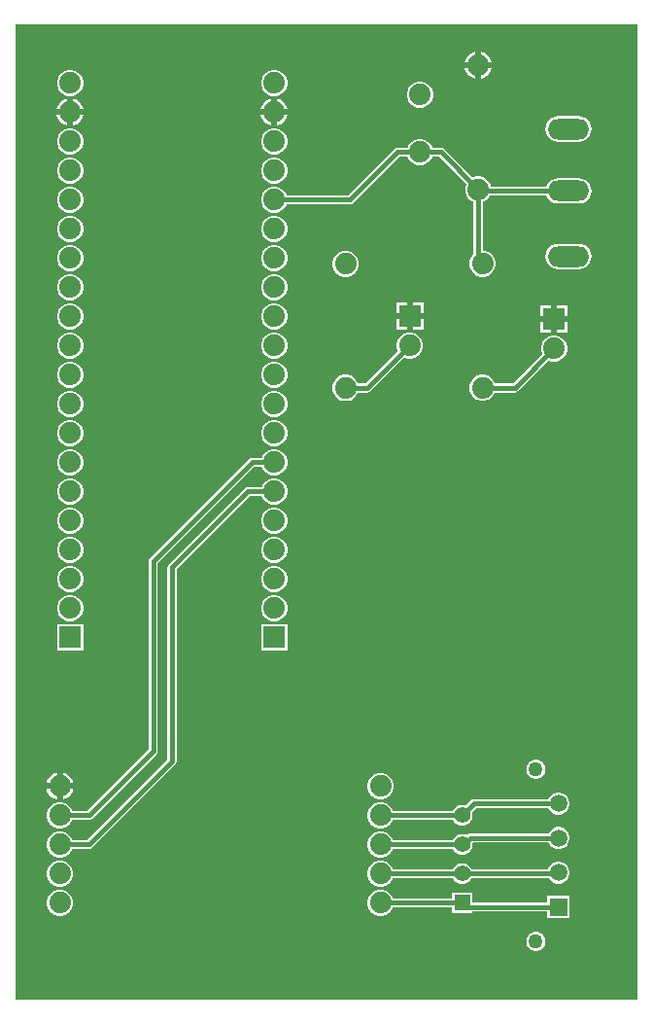
<source format=gtl>
G04*
G04 #@! TF.GenerationSoftware,Altium Limited,Altium Designer,22.8.2 (66)*
G04*
G04 Layer_Physical_Order=1*
G04 Layer_Color=255*
%FSLAX25Y25*%
%MOIN*%
G70*
G04*
G04 #@! TF.SameCoordinates,4CFF4697-AE4C-4395-87EC-722ADA673B8C*
G04*
G04*
G04 #@! TF.FilePolarity,Positive*
G04*
G01*
G75*
%ADD24C,0.01500*%
%ADD25C,0.07400*%
%ADD26R,0.07400X0.07400*%
%ADD27R,0.05984X0.05984*%
%ADD28C,0.05984*%
%ADD29C,0.05000*%
%ADD30R,0.05500X0.05500*%
%ADD31C,0.05500*%
%ADD32O,0.14173X0.07087*%
%ADD33R,0.07400X0.07400*%
G36*
X214197Y803D02*
X803D01*
Y335197D01*
X214197D01*
Y803D01*
D02*
G37*
%LPC*%
G36*
X160500Y325657D02*
Y322059D01*
X164098D01*
X163880Y322873D01*
X163261Y323945D01*
X162386Y324820D01*
X161314Y325439D01*
X160500Y325657D01*
D02*
G37*
G36*
X158500Y325657D02*
X157686Y325439D01*
X156614Y324820D01*
X155739Y323945D01*
X155120Y322873D01*
X154902Y322059D01*
X158500D01*
Y325657D01*
D02*
G37*
G36*
X164098Y320059D02*
X160500D01*
Y316461D01*
X161314Y316679D01*
X162386Y317298D01*
X163261Y318173D01*
X163880Y319245D01*
X164098Y320059D01*
D02*
G37*
G36*
X158500D02*
X154902D01*
X155120Y319245D01*
X155739Y318173D01*
X156614Y317298D01*
X157686Y316679D01*
X158500Y316461D01*
Y320059D01*
D02*
G37*
G36*
X90092Y319500D02*
X88908D01*
X87763Y319193D01*
X86737Y318601D01*
X85899Y317763D01*
X85307Y316737D01*
X85000Y315592D01*
Y314408D01*
X85307Y313263D01*
X85899Y312237D01*
X86737Y311399D01*
X87763Y310807D01*
X88908Y310500D01*
X90092D01*
X91237Y310807D01*
X92263Y311399D01*
X93101Y312237D01*
X93693Y313263D01*
X94000Y314408D01*
Y315592D01*
X93693Y316737D01*
X93101Y317763D01*
X92263Y318601D01*
X91237Y319193D01*
X90092Y319500D01*
D02*
G37*
G36*
X20092D02*
X18908D01*
X17763Y319193D01*
X16737Y318601D01*
X15899Y317763D01*
X15307Y316737D01*
X15000Y315592D01*
Y314408D01*
X15307Y313263D01*
X15899Y312237D01*
X16737Y311399D01*
X17763Y310807D01*
X18908Y310500D01*
X20092D01*
X21237Y310807D01*
X22263Y311399D01*
X23101Y312237D01*
X23693Y313263D01*
X24000Y314408D01*
Y315592D01*
X23693Y316737D01*
X23101Y317763D01*
X22263Y318601D01*
X21237Y319193D01*
X20092Y319500D01*
D02*
G37*
G36*
X140092Y315500D02*
X138908D01*
X137763Y315193D01*
X136737Y314601D01*
X135899Y313763D01*
X135307Y312737D01*
X135000Y311592D01*
Y310408D01*
X135307Y309263D01*
X135899Y308237D01*
X136737Y307399D01*
X137763Y306807D01*
X138908Y306500D01*
X140092D01*
X141237Y306807D01*
X142263Y307399D01*
X143101Y308237D01*
X143693Y309263D01*
X144000Y310408D01*
Y311592D01*
X143693Y312737D01*
X143101Y313763D01*
X142263Y314601D01*
X141237Y315193D01*
X140092Y315500D01*
D02*
G37*
G36*
X90500Y309598D02*
Y306000D01*
X94098D01*
X93880Y306814D01*
X93261Y307886D01*
X92386Y308761D01*
X91314Y309380D01*
X90500Y309598D01*
D02*
G37*
G36*
X20500D02*
Y306000D01*
X24098D01*
X23880Y306814D01*
X23261Y307886D01*
X22386Y308761D01*
X21314Y309380D01*
X20500Y309598D01*
D02*
G37*
G36*
X88500D02*
X87686Y309380D01*
X86614Y308761D01*
X85739Y307886D01*
X85120Y306814D01*
X84902Y306000D01*
X88500D01*
Y309598D01*
D02*
G37*
G36*
X18500D02*
X17686Y309380D01*
X16614Y308761D01*
X15739Y307886D01*
X15120Y306814D01*
X14902Y306000D01*
X18500D01*
Y309598D01*
D02*
G37*
G36*
X24098Y304000D02*
X20500D01*
Y300402D01*
X21314Y300620D01*
X22386Y301239D01*
X23261Y302114D01*
X23880Y303186D01*
X24098Y304000D01*
D02*
G37*
G36*
X94098D02*
X90500D01*
Y300402D01*
X91314Y300620D01*
X92386Y301239D01*
X93261Y302114D01*
X93880Y303186D01*
X94098Y304000D01*
D02*
G37*
G36*
X88500D02*
X84902D01*
X85120Y303186D01*
X85739Y302114D01*
X86614Y301239D01*
X87686Y300620D01*
X88500Y300402D01*
Y304000D01*
D02*
G37*
G36*
X18500D02*
X14902D01*
X15120Y303186D01*
X15739Y302114D01*
X16614Y301239D01*
X17686Y300620D01*
X18500Y300402D01*
Y304000D01*
D02*
G37*
G36*
X194043Y303641D02*
X186957D01*
X185823Y303491D01*
X184766Y303054D01*
X183859Y302358D01*
X183163Y301450D01*
X182725Y300394D01*
X182576Y299260D01*
X182725Y298126D01*
X183163Y297070D01*
X183859Y296162D01*
X184766Y295466D01*
X185823Y295028D01*
X186957Y294879D01*
X194043D01*
X195177Y295028D01*
X196234Y295466D01*
X197141Y296162D01*
X197837Y297070D01*
X198275Y298126D01*
X198424Y299260D01*
X198275Y300394D01*
X197837Y301450D01*
X197141Y302358D01*
X196234Y303054D01*
X195177Y303491D01*
X194043Y303641D01*
D02*
G37*
G36*
X90092Y299500D02*
X88908D01*
X87763Y299193D01*
X86737Y298601D01*
X85899Y297763D01*
X85307Y296737D01*
X85000Y295592D01*
Y294408D01*
X85307Y293263D01*
X85899Y292237D01*
X86737Y291399D01*
X87763Y290807D01*
X88908Y290500D01*
X90092D01*
X91237Y290807D01*
X92263Y291399D01*
X93101Y292237D01*
X93693Y293263D01*
X94000Y294408D01*
Y295592D01*
X93693Y296737D01*
X93101Y297763D01*
X92263Y298601D01*
X91237Y299193D01*
X90092Y299500D01*
D02*
G37*
G36*
X20092D02*
X18908D01*
X17763Y299193D01*
X16737Y298601D01*
X15899Y297763D01*
X15307Y296737D01*
X15000Y295592D01*
Y294408D01*
X15307Y293263D01*
X15899Y292237D01*
X16737Y291399D01*
X17763Y290807D01*
X18908Y290500D01*
X20092D01*
X21237Y290807D01*
X22263Y291399D01*
X23101Y292237D01*
X23693Y293263D01*
X24000Y294408D01*
Y295592D01*
X23693Y296737D01*
X23101Y297763D01*
X22263Y298601D01*
X21237Y299193D01*
X20092Y299500D01*
D02*
G37*
G36*
X90092Y289500D02*
X88908D01*
X87763Y289193D01*
X86737Y288601D01*
X85899Y287763D01*
X85307Y286737D01*
X85000Y285592D01*
Y284408D01*
X85307Y283263D01*
X85899Y282237D01*
X86737Y281399D01*
X87763Y280807D01*
X88908Y280500D01*
X90092D01*
X91237Y280807D01*
X92263Y281399D01*
X93101Y282237D01*
X93693Y283263D01*
X94000Y284408D01*
Y285592D01*
X93693Y286737D01*
X93101Y287763D01*
X92263Y288601D01*
X91237Y289193D01*
X90092Y289500D01*
D02*
G37*
G36*
X20092D02*
X18908D01*
X17763Y289193D01*
X16737Y288601D01*
X15899Y287763D01*
X15307Y286737D01*
X15000Y285592D01*
Y284408D01*
X15307Y283263D01*
X15899Y282237D01*
X16737Y281399D01*
X17763Y280807D01*
X18908Y280500D01*
X20092D01*
X21237Y280807D01*
X22263Y281399D01*
X23101Y282237D01*
X23693Y283263D01*
X24000Y284408D01*
Y285592D01*
X23693Y286737D01*
X23101Y287763D01*
X22263Y288601D01*
X21237Y289193D01*
X20092Y289500D01*
D02*
G37*
G36*
X140092Y295800D02*
X138908D01*
X137763Y295493D01*
X136737Y294901D01*
X135899Y294063D01*
X135307Y293037D01*
X135265Y292880D01*
X131800D01*
X131195Y292760D01*
X130683Y292418D01*
X114845Y276580D01*
X93735D01*
X93693Y276737D01*
X93101Y277763D01*
X92263Y278601D01*
X91237Y279193D01*
X90092Y279500D01*
X88908D01*
X87763Y279193D01*
X86737Y278601D01*
X85899Y277763D01*
X85307Y276737D01*
X85000Y275592D01*
Y274408D01*
X85307Y273263D01*
X85899Y272237D01*
X86737Y271399D01*
X87763Y270807D01*
X88908Y270500D01*
X90092D01*
X91237Y270807D01*
X92263Y271399D01*
X93101Y272237D01*
X93693Y273263D01*
X93735Y273420D01*
X115500D01*
X116105Y273540D01*
X116618Y273883D01*
X132455Y289720D01*
X135265D01*
X135307Y289563D01*
X135899Y288537D01*
X136737Y287699D01*
X137763Y287107D01*
X138908Y286800D01*
X140092D01*
X141237Y287107D01*
X142263Y287699D01*
X143101Y288537D01*
X143693Y289563D01*
X143735Y289720D01*
X146045D01*
X155388Y280377D01*
X155307Y280237D01*
X155000Y279092D01*
Y277908D01*
X155307Y276763D01*
X155899Y275737D01*
X156737Y274899D01*
X157763Y274307D01*
X157920Y274265D01*
Y256343D01*
X157399Y255822D01*
X156807Y254796D01*
X156500Y253651D01*
Y252467D01*
X156807Y251322D01*
X157399Y250296D01*
X158237Y249458D01*
X159263Y248866D01*
X160408Y248559D01*
X161592D01*
X162737Y248866D01*
X163763Y249458D01*
X164601Y250296D01*
X165193Y251322D01*
X165500Y252467D01*
Y253651D01*
X165193Y254796D01*
X164601Y255822D01*
X163763Y256660D01*
X162737Y257252D01*
X161592Y257559D01*
X161080D01*
Y274265D01*
X161237Y274307D01*
X162263Y274899D01*
X163101Y275737D01*
X163495Y276420D01*
X182910D01*
X183163Y275810D01*
X183859Y274902D01*
X184766Y274206D01*
X185823Y273768D01*
X186957Y273619D01*
X194043D01*
X195177Y273768D01*
X196234Y274206D01*
X197141Y274902D01*
X197837Y275810D01*
X198275Y276866D01*
X198424Y278000D01*
X198275Y279134D01*
X197837Y280190D01*
X197141Y281098D01*
X196234Y281794D01*
X195177Y282231D01*
X194043Y282381D01*
X186957D01*
X185823Y282231D01*
X184766Y281794D01*
X183859Y281098D01*
X183163Y280190D01*
X182910Y279580D01*
X163869D01*
X163693Y280237D01*
X163101Y281263D01*
X162263Y282101D01*
X161237Y282693D01*
X160092Y283000D01*
X158908D01*
X157763Y282693D01*
X157623Y282612D01*
X147818Y292418D01*
X147305Y292760D01*
X146700Y292880D01*
X143735D01*
X143693Y293037D01*
X143101Y294063D01*
X142263Y294901D01*
X141237Y295493D01*
X140092Y295800D01*
D02*
G37*
G36*
X20092Y279500D02*
X18908D01*
X17763Y279193D01*
X16737Y278601D01*
X15899Y277763D01*
X15307Y276737D01*
X15000Y275592D01*
Y274408D01*
X15307Y273263D01*
X15899Y272237D01*
X16737Y271399D01*
X17763Y270807D01*
X18908Y270500D01*
X20092D01*
X21237Y270807D01*
X22263Y271399D01*
X23101Y272237D01*
X23693Y273263D01*
X24000Y274408D01*
Y275592D01*
X23693Y276737D01*
X23101Y277763D01*
X22263Y278601D01*
X21237Y279193D01*
X20092Y279500D01*
D02*
G37*
G36*
X90092Y269500D02*
X88908D01*
X87763Y269193D01*
X86737Y268601D01*
X85899Y267763D01*
X85307Y266737D01*
X85000Y265592D01*
Y264408D01*
X85307Y263263D01*
X85899Y262237D01*
X86737Y261399D01*
X87763Y260807D01*
X88908Y260500D01*
X90092D01*
X91237Y260807D01*
X92263Y261399D01*
X93101Y262237D01*
X93693Y263263D01*
X94000Y264408D01*
Y265592D01*
X93693Y266737D01*
X93101Y267763D01*
X92263Y268601D01*
X91237Y269193D01*
X90092Y269500D01*
D02*
G37*
G36*
X20092D02*
X18908D01*
X17763Y269193D01*
X16737Y268601D01*
X15899Y267763D01*
X15307Y266737D01*
X15000Y265592D01*
Y264408D01*
X15307Y263263D01*
X15899Y262237D01*
X16737Y261399D01*
X17763Y260807D01*
X18908Y260500D01*
X20092D01*
X21237Y260807D01*
X22263Y261399D01*
X23101Y262237D01*
X23693Y263263D01*
X24000Y264408D01*
Y265592D01*
X23693Y266737D01*
X23101Y267763D01*
X22263Y268601D01*
X21237Y269193D01*
X20092Y269500D01*
D02*
G37*
G36*
X194043Y259940D02*
X186957D01*
X185823Y259791D01*
X184766Y259353D01*
X183859Y258657D01*
X183163Y257749D01*
X182725Y256693D01*
X182576Y255559D01*
X182725Y254425D01*
X183163Y253369D01*
X183859Y252461D01*
X184766Y251765D01*
X185823Y251328D01*
X186957Y251178D01*
X194043D01*
X195177Y251328D01*
X196234Y251765D01*
X197141Y252461D01*
X197837Y253369D01*
X198275Y254425D01*
X198424Y255559D01*
X198275Y256693D01*
X197837Y257749D01*
X197141Y258657D01*
X196234Y259353D01*
X195177Y259791D01*
X194043Y259940D01*
D02*
G37*
G36*
X90092Y259500D02*
X88908D01*
X87763Y259193D01*
X86737Y258601D01*
X85899Y257763D01*
X85307Y256737D01*
X85000Y255592D01*
Y254408D01*
X85307Y253263D01*
X85899Y252237D01*
X86737Y251399D01*
X87763Y250807D01*
X88908Y250500D01*
X90092D01*
X91237Y250807D01*
X92263Y251399D01*
X93101Y252237D01*
X93693Y253263D01*
X94000Y254408D01*
Y255592D01*
X93693Y256737D01*
X93101Y257763D01*
X92263Y258601D01*
X91237Y259193D01*
X90092Y259500D01*
D02*
G37*
G36*
X20092D02*
X18908D01*
X17763Y259193D01*
X16737Y258601D01*
X15899Y257763D01*
X15307Y256737D01*
X15000Y255592D01*
Y254408D01*
X15307Y253263D01*
X15899Y252237D01*
X16737Y251399D01*
X17763Y250807D01*
X18908Y250500D01*
X20092D01*
X21237Y250807D01*
X22263Y251399D01*
X23101Y252237D01*
X23693Y253263D01*
X24000Y254408D01*
Y255592D01*
X23693Y256737D01*
X23101Y257763D01*
X22263Y258601D01*
X21237Y259193D01*
X20092Y259500D01*
D02*
G37*
G36*
X114592Y257500D02*
X113408D01*
X112263Y257193D01*
X111237Y256601D01*
X110399Y255763D01*
X109807Y254737D01*
X109500Y253592D01*
Y252408D01*
X109807Y251263D01*
X110399Y250237D01*
X111237Y249399D01*
X112263Y248807D01*
X113408Y248500D01*
X114592D01*
X115737Y248807D01*
X116763Y249399D01*
X117601Y250237D01*
X118193Y251263D01*
X118500Y252408D01*
Y253592D01*
X118193Y254737D01*
X117601Y255763D01*
X116763Y256601D01*
X115737Y257193D01*
X114592Y257500D01*
D02*
G37*
G36*
X90092Y249500D02*
X88908D01*
X87763Y249193D01*
X86737Y248601D01*
X85899Y247763D01*
X85307Y246737D01*
X85000Y245592D01*
Y244408D01*
X85307Y243263D01*
X85899Y242237D01*
X86737Y241399D01*
X87763Y240807D01*
X88908Y240500D01*
X90092D01*
X91237Y240807D01*
X92263Y241399D01*
X93101Y242237D01*
X93693Y243263D01*
X94000Y244408D01*
Y245592D01*
X93693Y246737D01*
X93101Y247763D01*
X92263Y248601D01*
X91237Y249193D01*
X90092Y249500D01*
D02*
G37*
G36*
X20092D02*
X18908D01*
X17763Y249193D01*
X16737Y248601D01*
X15899Y247763D01*
X15307Y246737D01*
X15000Y245592D01*
Y244408D01*
X15307Y243263D01*
X15899Y242237D01*
X16737Y241399D01*
X17763Y240807D01*
X18908Y240500D01*
X20092D01*
X21237Y240807D01*
X22263Y241399D01*
X23101Y242237D01*
X23693Y243263D01*
X24000Y244408D01*
Y245592D01*
X23693Y246737D01*
X23101Y247763D01*
X22263Y248601D01*
X21237Y249193D01*
X20092Y249500D01*
D02*
G37*
G36*
X140700Y239700D02*
X137000D01*
Y236000D01*
X140700D01*
Y239700D01*
D02*
G37*
G36*
X135000D02*
X131300D01*
Y236000D01*
X135000D01*
Y239700D01*
D02*
G37*
G36*
X190200Y238700D02*
X186500D01*
Y235000D01*
X190200D01*
Y238700D01*
D02*
G37*
G36*
X184500D02*
X180800D01*
Y235000D01*
X184500D01*
Y238700D01*
D02*
G37*
G36*
X90092Y239500D02*
X88908D01*
X87763Y239193D01*
X86737Y238601D01*
X85899Y237763D01*
X85307Y236737D01*
X85000Y235592D01*
Y234408D01*
X85307Y233263D01*
X85899Y232237D01*
X86737Y231399D01*
X87763Y230807D01*
X88908Y230500D01*
X90092D01*
X91237Y230807D01*
X92263Y231399D01*
X93101Y232237D01*
X93693Y233263D01*
X94000Y234408D01*
Y235592D01*
X93693Y236737D01*
X93101Y237763D01*
X92263Y238601D01*
X91237Y239193D01*
X90092Y239500D01*
D02*
G37*
G36*
X20092D02*
X18908D01*
X17763Y239193D01*
X16737Y238601D01*
X15899Y237763D01*
X15307Y236737D01*
X15000Y235592D01*
Y234408D01*
X15307Y233263D01*
X15899Y232237D01*
X16737Y231399D01*
X17763Y230807D01*
X18908Y230500D01*
X20092D01*
X21237Y230807D01*
X22263Y231399D01*
X23101Y232237D01*
X23693Y233263D01*
X24000Y234408D01*
Y235592D01*
X23693Y236737D01*
X23101Y237763D01*
X22263Y238601D01*
X21237Y239193D01*
X20092Y239500D01*
D02*
G37*
G36*
X140700Y234000D02*
X137000D01*
Y230300D01*
X140700D01*
Y234000D01*
D02*
G37*
G36*
X135000D02*
X131300D01*
Y230300D01*
X135000D01*
Y234000D01*
D02*
G37*
G36*
X190200Y233000D02*
X186500D01*
Y229300D01*
X190200D01*
Y233000D01*
D02*
G37*
G36*
X184500D02*
X180800D01*
Y229300D01*
X184500D01*
Y233000D01*
D02*
G37*
G36*
X136592Y229500D02*
X135408D01*
X134263Y229193D01*
X133237Y228601D01*
X132399Y227763D01*
X131807Y226737D01*
X131500Y225592D01*
Y224408D01*
X131807Y223263D01*
X131888Y223123D01*
X120786Y212021D01*
X118235D01*
X118193Y212178D01*
X117601Y213204D01*
X116763Y214042D01*
X115737Y214634D01*
X114592Y214941D01*
X113408D01*
X112263Y214634D01*
X111237Y214042D01*
X110399Y213204D01*
X109807Y212178D01*
X109500Y211033D01*
Y209848D01*
X109807Y208704D01*
X110399Y207678D01*
X111237Y206840D01*
X112263Y206248D01*
X113408Y205941D01*
X114592D01*
X115737Y206248D01*
X116763Y206840D01*
X117601Y207678D01*
X118193Y208704D01*
X118235Y208861D01*
X121441D01*
X122046Y208981D01*
X122558Y209324D01*
X134123Y220888D01*
X134263Y220807D01*
X135408Y220500D01*
X136592D01*
X137737Y220807D01*
X138763Y221399D01*
X139601Y222237D01*
X140193Y223263D01*
X140500Y224408D01*
Y225592D01*
X140193Y226737D01*
X139601Y227763D01*
X138763Y228601D01*
X137737Y229193D01*
X136592Y229500D01*
D02*
G37*
G36*
X90092D02*
X88908D01*
X87763Y229193D01*
X86737Y228601D01*
X85899Y227763D01*
X85307Y226737D01*
X85000Y225592D01*
Y224408D01*
X85307Y223263D01*
X85899Y222237D01*
X86737Y221399D01*
X87763Y220807D01*
X88908Y220500D01*
X90092D01*
X91237Y220807D01*
X92263Y221399D01*
X93101Y222237D01*
X93693Y223263D01*
X94000Y224408D01*
Y225592D01*
X93693Y226737D01*
X93101Y227763D01*
X92263Y228601D01*
X91237Y229193D01*
X90092Y229500D01*
D02*
G37*
G36*
X20092D02*
X18908D01*
X17763Y229193D01*
X16737Y228601D01*
X15899Y227763D01*
X15307Y226737D01*
X15000Y225592D01*
Y224408D01*
X15307Y223263D01*
X15899Y222237D01*
X16737Y221399D01*
X17763Y220807D01*
X18908Y220500D01*
X20092D01*
X21237Y220807D01*
X22263Y221399D01*
X23101Y222237D01*
X23693Y223263D01*
X24000Y224408D01*
Y225592D01*
X23693Y226737D01*
X23101Y227763D01*
X22263Y228601D01*
X21237Y229193D01*
X20092Y229500D01*
D02*
G37*
G36*
X186092Y228500D02*
X184908D01*
X183763Y228193D01*
X182737Y227601D01*
X181899Y226763D01*
X181307Y225737D01*
X181000Y224592D01*
Y223408D01*
X181307Y222263D01*
X181388Y222123D01*
X171345Y212080D01*
X165235D01*
X165193Y212237D01*
X164601Y213263D01*
X163763Y214101D01*
X162737Y214693D01*
X161592Y215000D01*
X160408D01*
X159263Y214693D01*
X158237Y214101D01*
X157399Y213263D01*
X156807Y212237D01*
X156500Y211092D01*
Y209908D01*
X156807Y208763D01*
X157399Y207737D01*
X158237Y206899D01*
X159263Y206307D01*
X160408Y206000D01*
X161592D01*
X162737Y206307D01*
X163763Y206899D01*
X164601Y207737D01*
X165193Y208763D01*
X165235Y208920D01*
X172000D01*
X172605Y209040D01*
X173117Y209383D01*
X183623Y219888D01*
X183763Y219807D01*
X184908Y219500D01*
X186092D01*
X187237Y219807D01*
X188263Y220399D01*
X189101Y221237D01*
X189693Y222263D01*
X190000Y223408D01*
Y224592D01*
X189693Y225737D01*
X189101Y226763D01*
X188263Y227601D01*
X187237Y228193D01*
X186092Y228500D01*
D02*
G37*
G36*
X90092Y219500D02*
X88908D01*
X87763Y219193D01*
X86737Y218601D01*
X85899Y217763D01*
X85307Y216737D01*
X85000Y215592D01*
Y214408D01*
X85307Y213263D01*
X85899Y212237D01*
X86737Y211399D01*
X87763Y210807D01*
X88908Y210500D01*
X90092D01*
X91237Y210807D01*
X92263Y211399D01*
X93101Y212237D01*
X93693Y213263D01*
X94000Y214408D01*
Y215592D01*
X93693Y216737D01*
X93101Y217763D01*
X92263Y218601D01*
X91237Y219193D01*
X90092Y219500D01*
D02*
G37*
G36*
X20092D02*
X18908D01*
X17763Y219193D01*
X16737Y218601D01*
X15899Y217763D01*
X15307Y216737D01*
X15000Y215592D01*
Y214408D01*
X15307Y213263D01*
X15899Y212237D01*
X16737Y211399D01*
X17763Y210807D01*
X18908Y210500D01*
X20092D01*
X21237Y210807D01*
X22263Y211399D01*
X23101Y212237D01*
X23693Y213263D01*
X24000Y214408D01*
Y215592D01*
X23693Y216737D01*
X23101Y217763D01*
X22263Y218601D01*
X21237Y219193D01*
X20092Y219500D01*
D02*
G37*
G36*
X90092Y209500D02*
X88908D01*
X87763Y209193D01*
X86737Y208601D01*
X85899Y207763D01*
X85307Y206737D01*
X85000Y205592D01*
Y204408D01*
X85307Y203263D01*
X85899Y202237D01*
X86737Y201399D01*
X87763Y200807D01*
X88908Y200500D01*
X90092D01*
X91237Y200807D01*
X92263Y201399D01*
X93101Y202237D01*
X93693Y203263D01*
X94000Y204408D01*
Y205592D01*
X93693Y206737D01*
X93101Y207763D01*
X92263Y208601D01*
X91237Y209193D01*
X90092Y209500D01*
D02*
G37*
G36*
X20092D02*
X18908D01*
X17763Y209193D01*
X16737Y208601D01*
X15899Y207763D01*
X15307Y206737D01*
X15000Y205592D01*
Y204408D01*
X15307Y203263D01*
X15899Y202237D01*
X16737Y201399D01*
X17763Y200807D01*
X18908Y200500D01*
X20092D01*
X21237Y200807D01*
X22263Y201399D01*
X23101Y202237D01*
X23693Y203263D01*
X24000Y204408D01*
Y205592D01*
X23693Y206737D01*
X23101Y207763D01*
X22263Y208601D01*
X21237Y209193D01*
X20092Y209500D01*
D02*
G37*
G36*
X90092Y199500D02*
X88908D01*
X87763Y199193D01*
X86737Y198601D01*
X85899Y197763D01*
X85307Y196737D01*
X85000Y195592D01*
Y194408D01*
X85307Y193263D01*
X85899Y192237D01*
X86737Y191399D01*
X87763Y190807D01*
X88908Y190500D01*
X90092D01*
X91237Y190807D01*
X92263Y191399D01*
X93101Y192237D01*
X93693Y193263D01*
X94000Y194408D01*
Y195592D01*
X93693Y196737D01*
X93101Y197763D01*
X92263Y198601D01*
X91237Y199193D01*
X90092Y199500D01*
D02*
G37*
G36*
X20092D02*
X18908D01*
X17763Y199193D01*
X16737Y198601D01*
X15899Y197763D01*
X15307Y196737D01*
X15000Y195592D01*
Y194408D01*
X15307Y193263D01*
X15899Y192237D01*
X16737Y191399D01*
X17763Y190807D01*
X18908Y190500D01*
X20092D01*
X21237Y190807D01*
X22263Y191399D01*
X23101Y192237D01*
X23693Y193263D01*
X24000Y194408D01*
Y195592D01*
X23693Y196737D01*
X23101Y197763D01*
X22263Y198601D01*
X21237Y199193D01*
X20092Y199500D01*
D02*
G37*
G36*
X90092Y189500D02*
X88908D01*
X87763Y189193D01*
X86737Y188601D01*
X85899Y187763D01*
X85307Y186737D01*
X85265Y186580D01*
X82000D01*
X81395Y186460D01*
X80883Y186117D01*
X46883Y152118D01*
X46540Y151605D01*
X46420Y151000D01*
Y86655D01*
X25345Y65580D01*
X20235D01*
X20193Y65737D01*
X19601Y66763D01*
X18763Y67601D01*
X17737Y68193D01*
X16592Y68500D01*
X15408D01*
X14263Y68193D01*
X13237Y67601D01*
X12399Y66763D01*
X11807Y65737D01*
X11500Y64592D01*
Y63408D01*
X11807Y62263D01*
X12399Y61237D01*
X13237Y60399D01*
X14263Y59807D01*
X15408Y59500D01*
X16592D01*
X17737Y59807D01*
X18763Y60399D01*
X19601Y61237D01*
X20193Y62263D01*
X20235Y62420D01*
X26000D01*
X26605Y62540D01*
X27117Y62883D01*
X49117Y84882D01*
X49460Y85395D01*
X49580Y86000D01*
Y150345D01*
X82655Y183420D01*
X85265D01*
X85307Y183263D01*
X85899Y182237D01*
X86737Y181399D01*
X87763Y180807D01*
X88908Y180500D01*
X90092D01*
X91237Y180807D01*
X92263Y181399D01*
X93101Y182237D01*
X93693Y183263D01*
X94000Y184408D01*
Y185592D01*
X93693Y186737D01*
X93101Y187763D01*
X92263Y188601D01*
X91237Y189193D01*
X90092Y189500D01*
D02*
G37*
G36*
X20092D02*
X18908D01*
X17763Y189193D01*
X16737Y188601D01*
X15899Y187763D01*
X15307Y186737D01*
X15000Y185592D01*
Y184408D01*
X15307Y183263D01*
X15899Y182237D01*
X16737Y181399D01*
X17763Y180807D01*
X18908Y180500D01*
X20092D01*
X21237Y180807D01*
X22263Y181399D01*
X23101Y182237D01*
X23693Y183263D01*
X24000Y184408D01*
Y185592D01*
X23693Y186737D01*
X23101Y187763D01*
X22263Y188601D01*
X21237Y189193D01*
X20092Y189500D01*
D02*
G37*
G36*
X90092Y179500D02*
X88908D01*
X87763Y179193D01*
X86737Y178601D01*
X85899Y177763D01*
X85307Y176737D01*
X85265Y176580D01*
X80500D01*
X79895Y176460D01*
X79382Y176118D01*
X53382Y150118D01*
X53040Y149605D01*
X52920Y149000D01*
Y83155D01*
X25345Y55580D01*
X20235D01*
X20193Y55737D01*
X19601Y56763D01*
X18763Y57601D01*
X17737Y58193D01*
X16592Y58500D01*
X15408D01*
X14263Y58193D01*
X13237Y57601D01*
X12399Y56763D01*
X11807Y55737D01*
X11500Y54592D01*
Y53408D01*
X11807Y52263D01*
X12399Y51237D01*
X13237Y50399D01*
X14263Y49807D01*
X15408Y49500D01*
X16592D01*
X17737Y49807D01*
X18763Y50399D01*
X19601Y51237D01*
X20193Y52263D01*
X20235Y52420D01*
X26000D01*
X26605Y52540D01*
X27117Y52882D01*
X55617Y81383D01*
X55960Y81895D01*
X56080Y82500D01*
Y148345D01*
X81155Y173420D01*
X85265D01*
X85307Y173263D01*
X85899Y172237D01*
X86737Y171399D01*
X87763Y170807D01*
X88908Y170500D01*
X90092D01*
X91237Y170807D01*
X92263Y171399D01*
X93101Y172237D01*
X93693Y173263D01*
X94000Y174408D01*
Y175592D01*
X93693Y176737D01*
X93101Y177763D01*
X92263Y178601D01*
X91237Y179193D01*
X90092Y179500D01*
D02*
G37*
G36*
X20092D02*
X18908D01*
X17763Y179193D01*
X16737Y178601D01*
X15899Y177763D01*
X15307Y176737D01*
X15000Y175592D01*
Y174408D01*
X15307Y173263D01*
X15899Y172237D01*
X16737Y171399D01*
X17763Y170807D01*
X18908Y170500D01*
X20092D01*
X21237Y170807D01*
X22263Y171399D01*
X23101Y172237D01*
X23693Y173263D01*
X24000Y174408D01*
Y175592D01*
X23693Y176737D01*
X23101Y177763D01*
X22263Y178601D01*
X21237Y179193D01*
X20092Y179500D01*
D02*
G37*
G36*
X90092Y169500D02*
X88908D01*
X87763Y169193D01*
X86737Y168601D01*
X85899Y167763D01*
X85307Y166737D01*
X85000Y165592D01*
Y164408D01*
X85307Y163263D01*
X85899Y162237D01*
X86737Y161399D01*
X87763Y160807D01*
X88908Y160500D01*
X90092D01*
X91237Y160807D01*
X92263Y161399D01*
X93101Y162237D01*
X93693Y163263D01*
X94000Y164408D01*
Y165592D01*
X93693Y166737D01*
X93101Y167763D01*
X92263Y168601D01*
X91237Y169193D01*
X90092Y169500D01*
D02*
G37*
G36*
X20092D02*
X18908D01*
X17763Y169193D01*
X16737Y168601D01*
X15899Y167763D01*
X15307Y166737D01*
X15000Y165592D01*
Y164408D01*
X15307Y163263D01*
X15899Y162237D01*
X16737Y161399D01*
X17763Y160807D01*
X18908Y160500D01*
X20092D01*
X21237Y160807D01*
X22263Y161399D01*
X23101Y162237D01*
X23693Y163263D01*
X24000Y164408D01*
Y165592D01*
X23693Y166737D01*
X23101Y167763D01*
X22263Y168601D01*
X21237Y169193D01*
X20092Y169500D01*
D02*
G37*
G36*
X90092Y159500D02*
X88908D01*
X87763Y159193D01*
X86737Y158601D01*
X85899Y157763D01*
X85307Y156737D01*
X85000Y155592D01*
Y154408D01*
X85307Y153263D01*
X85899Y152237D01*
X86737Y151399D01*
X87763Y150807D01*
X88908Y150500D01*
X90092D01*
X91237Y150807D01*
X92263Y151399D01*
X93101Y152237D01*
X93693Y153263D01*
X94000Y154408D01*
Y155592D01*
X93693Y156737D01*
X93101Y157763D01*
X92263Y158601D01*
X91237Y159193D01*
X90092Y159500D01*
D02*
G37*
G36*
X20092D02*
X18908D01*
X17763Y159193D01*
X16737Y158601D01*
X15899Y157763D01*
X15307Y156737D01*
X15000Y155592D01*
Y154408D01*
X15307Y153263D01*
X15899Y152237D01*
X16737Y151399D01*
X17763Y150807D01*
X18908Y150500D01*
X20092D01*
X21237Y150807D01*
X22263Y151399D01*
X23101Y152237D01*
X23693Y153263D01*
X24000Y154408D01*
Y155592D01*
X23693Y156737D01*
X23101Y157763D01*
X22263Y158601D01*
X21237Y159193D01*
X20092Y159500D01*
D02*
G37*
G36*
X90092Y149500D02*
X88908D01*
X87763Y149193D01*
X86737Y148601D01*
X85899Y147763D01*
X85307Y146737D01*
X85000Y145592D01*
Y144408D01*
X85307Y143263D01*
X85899Y142237D01*
X86737Y141399D01*
X87763Y140807D01*
X88908Y140500D01*
X90092D01*
X91237Y140807D01*
X92263Y141399D01*
X93101Y142237D01*
X93693Y143263D01*
X94000Y144408D01*
Y145592D01*
X93693Y146737D01*
X93101Y147763D01*
X92263Y148601D01*
X91237Y149193D01*
X90092Y149500D01*
D02*
G37*
G36*
X20092D02*
X18908D01*
X17763Y149193D01*
X16737Y148601D01*
X15899Y147763D01*
X15307Y146737D01*
X15000Y145592D01*
Y144408D01*
X15307Y143263D01*
X15899Y142237D01*
X16737Y141399D01*
X17763Y140807D01*
X18908Y140500D01*
X20092D01*
X21237Y140807D01*
X22263Y141399D01*
X23101Y142237D01*
X23693Y143263D01*
X24000Y144408D01*
Y145592D01*
X23693Y146737D01*
X23101Y147763D01*
X22263Y148601D01*
X21237Y149193D01*
X20092Y149500D01*
D02*
G37*
G36*
X90092Y139500D02*
X88908D01*
X87763Y139193D01*
X86737Y138601D01*
X85899Y137763D01*
X85307Y136737D01*
X85000Y135592D01*
Y134408D01*
X85307Y133263D01*
X85899Y132237D01*
X86737Y131399D01*
X87763Y130807D01*
X88908Y130500D01*
X90092D01*
X91237Y130807D01*
X92263Y131399D01*
X93101Y132237D01*
X93693Y133263D01*
X94000Y134408D01*
Y135592D01*
X93693Y136737D01*
X93101Y137763D01*
X92263Y138601D01*
X91237Y139193D01*
X90092Y139500D01*
D02*
G37*
G36*
X20092D02*
X18908D01*
X17763Y139193D01*
X16737Y138601D01*
X15899Y137763D01*
X15307Y136737D01*
X15000Y135592D01*
Y134408D01*
X15307Y133263D01*
X15899Y132237D01*
X16737Y131399D01*
X17763Y130807D01*
X18908Y130500D01*
X20092D01*
X21237Y130807D01*
X22263Y131399D01*
X23101Y132237D01*
X23693Y133263D01*
X24000Y134408D01*
Y135592D01*
X23693Y136737D01*
X23101Y137763D01*
X22263Y138601D01*
X21237Y139193D01*
X20092Y139500D01*
D02*
G37*
G36*
X94000Y129500D02*
X85000D01*
Y120500D01*
X94000D01*
Y129500D01*
D02*
G37*
G36*
X24000D02*
X15000D01*
Y120500D01*
X24000D01*
Y129500D01*
D02*
G37*
G36*
X179719Y83130D02*
X178850D01*
X178010Y82905D01*
X177258Y82471D01*
X176644Y81856D01*
X176209Y81104D01*
X175984Y80264D01*
Y79396D01*
X176209Y78556D01*
X176644Y77804D01*
X177258Y77189D01*
X178010Y76755D01*
X178850Y76530D01*
X179719D01*
X180558Y76755D01*
X181310Y77189D01*
X181925Y77804D01*
X182359Y78556D01*
X182584Y79396D01*
Y80264D01*
X182359Y81104D01*
X181925Y81856D01*
X181310Y82471D01*
X180558Y82905D01*
X179719Y83130D01*
D02*
G37*
G36*
X17000Y78598D02*
Y75000D01*
X20598D01*
X20380Y75814D01*
X19761Y76886D01*
X18886Y77761D01*
X17814Y78380D01*
X17000Y78598D01*
D02*
G37*
G36*
X15000D02*
X14186Y78380D01*
X13114Y77761D01*
X12239Y76886D01*
X11620Y75814D01*
X11402Y75000D01*
X15000D01*
Y78598D01*
D02*
G37*
G36*
X126592Y78500D02*
X125408D01*
X124263Y78193D01*
X123237Y77601D01*
X122399Y76763D01*
X121807Y75737D01*
X121500Y74592D01*
Y73408D01*
X121807Y72263D01*
X122399Y71237D01*
X123237Y70399D01*
X124263Y69807D01*
X125408Y69500D01*
X126592D01*
X127737Y69807D01*
X128763Y70399D01*
X129601Y71237D01*
X130193Y72263D01*
X130500Y73408D01*
Y74592D01*
X130193Y75737D01*
X129601Y76763D01*
X128763Y77601D01*
X127737Y78193D01*
X126592Y78500D01*
D02*
G37*
G36*
X20598Y73000D02*
X17000D01*
Y69402D01*
X17814Y69620D01*
X18886Y70239D01*
X19761Y71114D01*
X20380Y72186D01*
X20598Y73000D01*
D02*
G37*
G36*
X15000D02*
X11402D01*
X11620Y72186D01*
X12239Y71114D01*
X13114Y70239D01*
X14186Y69620D01*
X15000Y69402D01*
Y73000D01*
D02*
G37*
G36*
X187500Y71811D02*
X186502D01*
X185537Y71553D01*
X184672Y71053D01*
X183966Y70347D01*
X183534Y69599D01*
X158019D01*
X157414Y69479D01*
X156901Y69136D01*
X155136Y67371D01*
X154467Y67550D01*
X153533D01*
X152630Y67308D01*
X151820Y66841D01*
X151159Y66180D01*
X150813Y65580D01*
X130235D01*
X130193Y65737D01*
X129601Y66763D01*
X128763Y67601D01*
X127737Y68193D01*
X126592Y68500D01*
X125408D01*
X124263Y68193D01*
X123237Y67601D01*
X122399Y66763D01*
X121807Y65737D01*
X121500Y64592D01*
Y63408D01*
X121807Y62263D01*
X122399Y61237D01*
X123237Y60399D01*
X124263Y59807D01*
X125408Y59500D01*
X126592D01*
X127737Y59807D01*
X128763Y60399D01*
X129601Y61237D01*
X130193Y62263D01*
X130235Y62420D01*
X150813D01*
X151159Y61820D01*
X151820Y61159D01*
X152630Y60692D01*
X153533Y60450D01*
X154467D01*
X155370Y60692D01*
X156180Y61159D01*
X156841Y61820D01*
X157308Y62630D01*
X157550Y63533D01*
Y64467D01*
X157371Y65136D01*
X158674Y66439D01*
X183534D01*
X183966Y65690D01*
X184672Y64985D01*
X185537Y64485D01*
X186502Y64227D01*
X187500D01*
X188464Y64485D01*
X189329Y64985D01*
X190035Y65690D01*
X190534Y66555D01*
X190793Y67520D01*
Y68518D01*
X190534Y69483D01*
X190035Y70347D01*
X189329Y71053D01*
X188464Y71553D01*
X187500Y71811D01*
D02*
G37*
G36*
Y60000D02*
X186502D01*
X185537Y59742D01*
X184672Y59242D01*
X183966Y58536D01*
X183534Y57788D01*
X156879D01*
X156274Y57668D01*
X155761Y57325D01*
X155607Y57171D01*
X155370Y57308D01*
X154467Y57550D01*
X153533D01*
X152630Y57308D01*
X151820Y56841D01*
X151159Y56180D01*
X150813Y55580D01*
X130235D01*
X130193Y55737D01*
X129601Y56763D01*
X128763Y57601D01*
X127737Y58193D01*
X126592Y58500D01*
X125408D01*
X124263Y58193D01*
X123237Y57601D01*
X122399Y56763D01*
X121807Y55737D01*
X121500Y54592D01*
Y53408D01*
X121807Y52263D01*
X122399Y51237D01*
X123237Y50399D01*
X124263Y49807D01*
X125408Y49500D01*
X126592D01*
X127737Y49807D01*
X128763Y50399D01*
X129601Y51237D01*
X130193Y52263D01*
X130235Y52420D01*
X150813D01*
X151159Y51820D01*
X151820Y51159D01*
X152630Y50692D01*
X153533Y50450D01*
X154467D01*
X155370Y50692D01*
X156180Y51159D01*
X156841Y51820D01*
X157308Y52630D01*
X157550Y53533D01*
Y54467D01*
X158025Y54628D01*
X183534D01*
X183966Y53879D01*
X184672Y53173D01*
X185537Y52674D01*
X186502Y52416D01*
X187500D01*
X188464Y52674D01*
X189329Y53173D01*
X190035Y53879D01*
X190534Y54744D01*
X190793Y55709D01*
Y56707D01*
X190534Y57672D01*
X190035Y58536D01*
X189329Y59242D01*
X188464Y59742D01*
X187500Y60000D01*
D02*
G37*
G36*
X126592Y48500D02*
X125408D01*
X124263Y48193D01*
X123237Y47601D01*
X122399Y46763D01*
X121807Y45737D01*
X121500Y44592D01*
Y43408D01*
X121807Y42263D01*
X122399Y41237D01*
X123237Y40399D01*
X124263Y39807D01*
X125408Y39500D01*
X126592D01*
X127737Y39807D01*
X128763Y40399D01*
X129601Y41237D01*
X130193Y42263D01*
X130235Y42420D01*
X150813D01*
X151159Y41820D01*
X151820Y41159D01*
X152630Y40692D01*
X153533Y40450D01*
X154467D01*
X155370Y40692D01*
X156180Y41159D01*
X156841Y41820D01*
X157187Y42420D01*
X183764D01*
X183966Y42068D01*
X184672Y41362D01*
X185537Y40863D01*
X186502Y40605D01*
X187500D01*
X188464Y40863D01*
X189329Y41362D01*
X190035Y42068D01*
X190534Y42933D01*
X190793Y43898D01*
Y44896D01*
X190534Y45861D01*
X190035Y46725D01*
X189329Y47431D01*
X188464Y47930D01*
X187500Y48189D01*
X186502D01*
X185537Y47930D01*
X184672Y47431D01*
X183966Y46725D01*
X183467Y45861D01*
X183392Y45580D01*
X157187D01*
X156841Y46180D01*
X156180Y46841D01*
X155370Y47308D01*
X154467Y47550D01*
X153533D01*
X152630Y47308D01*
X151820Y46841D01*
X151159Y46180D01*
X150813Y45580D01*
X130235D01*
X130193Y45737D01*
X129601Y46763D01*
X128763Y47601D01*
X127737Y48193D01*
X126592Y48500D01*
D02*
G37*
G36*
X16592D02*
X15408D01*
X14263Y48193D01*
X13237Y47601D01*
X12399Y46763D01*
X11807Y45737D01*
X11500Y44592D01*
Y43408D01*
X11807Y42263D01*
X12399Y41237D01*
X13237Y40399D01*
X14263Y39807D01*
X15408Y39500D01*
X16592D01*
X17737Y39807D01*
X18763Y40399D01*
X19601Y41237D01*
X20193Y42263D01*
X20500Y43408D01*
Y44592D01*
X20193Y45737D01*
X19601Y46763D01*
X18763Y47601D01*
X17737Y48193D01*
X16592Y48500D01*
D02*
G37*
G36*
Y38500D02*
X15408D01*
X14263Y38193D01*
X13237Y37601D01*
X12399Y36763D01*
X11807Y35737D01*
X11500Y34592D01*
Y33408D01*
X11807Y32263D01*
X12399Y31237D01*
X13237Y30399D01*
X14263Y29807D01*
X15408Y29500D01*
X16592D01*
X17737Y29807D01*
X18763Y30399D01*
X19601Y31237D01*
X20193Y32263D01*
X20500Y33408D01*
Y34592D01*
X20193Y35737D01*
X19601Y36763D01*
X18763Y37601D01*
X17737Y38193D01*
X16592Y38500D01*
D02*
G37*
G36*
X126592D02*
X125408D01*
X124263Y38193D01*
X123237Y37601D01*
X122399Y36763D01*
X121807Y35737D01*
X121500Y34592D01*
Y33408D01*
X121807Y32263D01*
X122399Y31237D01*
X123237Y30399D01*
X124263Y29807D01*
X125408Y29500D01*
X126592D01*
X127737Y29807D01*
X128763Y30399D01*
X129601Y31237D01*
X130193Y32263D01*
X130235Y32420D01*
X150450D01*
Y30450D01*
X157550D01*
Y31005D01*
X183209D01*
Y28794D01*
X190793D01*
Y36378D01*
X183209D01*
Y34166D01*
X157550D01*
Y37550D01*
X150450D01*
Y35580D01*
X130235D01*
X130193Y35737D01*
X129601Y36763D01*
X128763Y37601D01*
X127737Y38193D01*
X126592Y38500D01*
D02*
G37*
G36*
X179719Y24075D02*
X178850D01*
X178010Y23850D01*
X177258Y23415D01*
X176644Y22801D01*
X176209Y22049D01*
X175984Y21209D01*
Y20340D01*
X176209Y19501D01*
X176644Y18749D01*
X177258Y18134D01*
X178010Y17700D01*
X178850Y17475D01*
X179719D01*
X180558Y17700D01*
X181310Y18134D01*
X181925Y18749D01*
X182359Y19501D01*
X182584Y20340D01*
Y21209D01*
X182359Y22049D01*
X181925Y22801D01*
X181310Y23415D01*
X180558Y23850D01*
X179719Y24075D01*
D02*
G37*
%LPD*%
D24*
X89500Y275000D02*
X115500D01*
X161000Y253059D02*
Y254656D01*
X159500Y256156D02*
Y278500D01*
Y256156D02*
X161000Y254656D01*
X159500Y278500D02*
X160000Y278000D01*
X190500D01*
X161000Y210500D02*
X172000D01*
X185500Y224000D01*
X121441Y210441D02*
X136000Y225000D01*
X114000Y210441D02*
X121441D01*
X48000Y151000D02*
X82000Y185000D01*
X89500D01*
X80500Y175000D02*
X89500D01*
X54500Y82500D02*
Y149000D01*
X80500Y175000D01*
X154000Y34000D02*
X155414Y32586D01*
X187001D01*
X186604Y44000D02*
X187001Y44397D01*
X154000Y44000D02*
X186604D01*
X156879Y56208D02*
X187001D01*
X154000Y54000D02*
X154671D01*
X156879Y56208D01*
X158019Y68019D02*
X187001D01*
X154000Y64000D02*
X158019Y68019D01*
X126000Y34000D02*
X154000D01*
X126000Y44000D02*
X154000D01*
X126000Y54000D02*
X154000D01*
X126000Y64000D02*
X154000D01*
X146700Y291300D02*
X159500Y278500D01*
X139500Y291300D02*
X146700D01*
X131800D02*
X139500D01*
X115500Y275000D02*
X131800Y291300D01*
X48000Y86000D02*
Y151000D01*
X16000Y54000D02*
X26000D01*
X54500Y82500D01*
X26000Y64000D02*
X48000Y86000D01*
X16000Y64000D02*
X26000D01*
D25*
X161000Y253059D02*
D03*
Y210500D02*
D03*
X16000Y74000D02*
D03*
Y64000D02*
D03*
Y54000D02*
D03*
Y44000D02*
D03*
Y34000D02*
D03*
X126000D02*
D03*
Y44000D02*
D03*
Y54000D02*
D03*
Y64000D02*
D03*
Y74000D02*
D03*
X19500Y215000D02*
D03*
Y225000D02*
D03*
Y205000D02*
D03*
Y195000D02*
D03*
Y185000D02*
D03*
Y175000D02*
D03*
Y165000D02*
D03*
Y155000D02*
D03*
Y145000D02*
D03*
Y135000D02*
D03*
Y235000D02*
D03*
Y245000D02*
D03*
Y255000D02*
D03*
Y265000D02*
D03*
Y275000D02*
D03*
Y285000D02*
D03*
Y295000D02*
D03*
Y305000D02*
D03*
Y315000D02*
D03*
X89500Y215000D02*
D03*
Y225000D02*
D03*
Y205000D02*
D03*
Y195000D02*
D03*
Y185000D02*
D03*
Y175000D02*
D03*
Y165000D02*
D03*
Y155000D02*
D03*
Y145000D02*
D03*
Y135000D02*
D03*
Y235000D02*
D03*
Y245000D02*
D03*
Y255000D02*
D03*
Y265000D02*
D03*
Y275000D02*
D03*
Y285000D02*
D03*
Y295000D02*
D03*
Y305000D02*
D03*
Y315000D02*
D03*
X159500Y321059D02*
D03*
Y278500D02*
D03*
X114000Y253000D02*
D03*
Y210441D02*
D03*
X136000Y225000D02*
D03*
X185500Y224000D02*
D03*
X139500Y311000D02*
D03*
Y291300D02*
D03*
D26*
X19500Y125000D02*
D03*
X89500D02*
D03*
D27*
X187001Y32586D02*
D03*
D28*
Y44397D02*
D03*
Y56208D02*
D03*
Y68019D02*
D03*
D29*
X179284Y20775D02*
D03*
Y79830D02*
D03*
D30*
X154000Y34000D02*
D03*
D31*
Y44000D02*
D03*
Y54000D02*
D03*
Y64000D02*
D03*
D32*
X190500Y255559D02*
D03*
Y278000D02*
D03*
Y299260D02*
D03*
D33*
X136000Y235000D02*
D03*
X185500Y234000D02*
D03*
M02*

</source>
